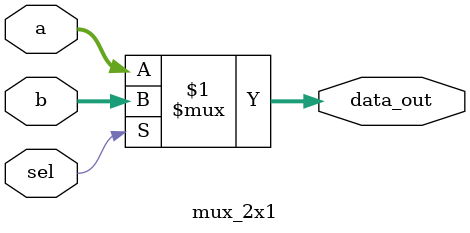
<source format=v>
`timescale 1ns / 1ps


module mux_2x1(
    input [63:0] a,
    input [63:0] b,
    input sel,
    output [63:0] data_out
);
    assign data_out = sel ? b : a;
endmodule


</source>
